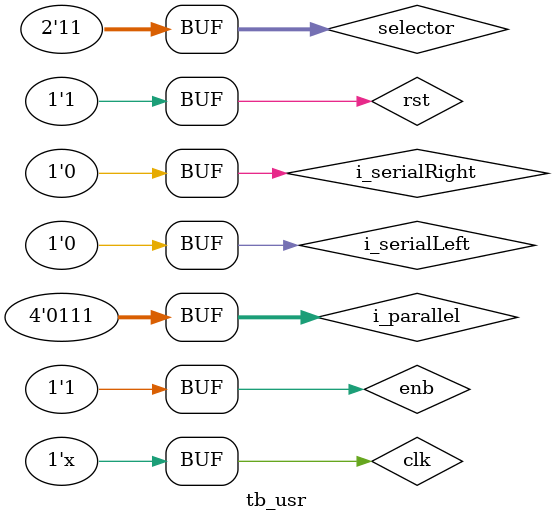
<source format=sv>

module tb_usr #(
    parameter DW  = 4
    )();

    logic           clk;
    logic           rst;
    logic           enb;
    logic [1:0]     selector;
    logic           i_serialLeft;
    logic           i_serialRight;
    logic [DW-1:0]  i_parallel;
    
    logic [DW-1:0] out;


usr USR(
    .clock(clk),
    .reset(rst),
    .enb(enb),
    .selector(selector),
    .i_serialLeft(i_serialLeft),
    .i_serialRight(i_serialRight),
    .i_parallel(i_parallel),
    
    .out(out)
);

initial begin
            rst     = 0;
            clk     = 0;
            enb     = 0;
            rst     = 1;
    #1      rst     = 0;
    #4      rst     = 1;
    #4      enb     = 1;

    #4      i_serialLeft  = 0;
    #4      i_serialRight = 0;
    #2      i_parallel    = 4'b0111;
    #4      selector      = 3;

    #10;



   
end

always begin
    #1 clk <= ~clk;
end

endmodule


</source>
